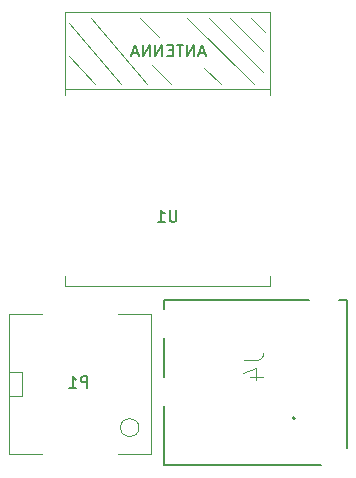
<source format=gbr>
G04 #@! TF.GenerationSoftware,KiCad,Pcbnew,(5.1.8)-1*
G04 #@! TF.CreationDate,2021-06-06T23:51:57+02:00*
G04 #@! TF.ProjectId,trick-tracker,74726963-6b2d-4747-9261-636b65722e6b,rev?*
G04 #@! TF.SameCoordinates,Original*
G04 #@! TF.FileFunction,Legend,Bot*
G04 #@! TF.FilePolarity,Positive*
%FSLAX46Y46*%
G04 Gerber Fmt 4.6, Leading zero omitted, Abs format (unit mm)*
G04 Created by KiCad (PCBNEW (5.1.8)-1) date 2021-06-06 23:51:57*
%MOMM*%
%LPD*%
G01*
G04 APERTURE LIST*
%ADD10C,0.200000*%
%ADD11C,0.120000*%
%ADD12C,0.015000*%
%ADD13C,0.150000*%
G04 APERTURE END LIST*
D10*
G04 #@! TO.C,J4*
X156385000Y-126444000D02*
G75*
G03*
X156385000Y-126444000I-100000J0D01*
G01*
X145310000Y-125425200D02*
X145310000Y-130444000D01*
X158585000Y-130444000D02*
X145310000Y-130444000D01*
X160760000Y-116444000D02*
X160085000Y-116444000D01*
X145310000Y-119634000D02*
X145310000Y-122986800D01*
X160760000Y-116444000D02*
X160760000Y-128994000D01*
X145310000Y-116444000D02*
X145310000Y-117170200D01*
X157585000Y-116444000D02*
X145310000Y-116444000D01*
D11*
G04 #@! TO.C,P1*
X134976000Y-129444000D02*
X132176000Y-129444000D01*
X132176000Y-129444000D02*
X132176000Y-117644000D01*
X132176000Y-117644000D02*
X134976000Y-117644000D01*
X141376000Y-129444000D02*
X144176000Y-129444000D01*
X144176000Y-129444000D02*
X144176000Y-117644000D01*
X144176000Y-117644000D02*
X141376000Y-117644000D01*
X143157025Y-127244000D02*
G75*
G03*
X143157025Y-127244000I-781025J0D01*
G01*
X132176000Y-124544000D02*
X133276000Y-124544000D01*
X133276000Y-124544000D02*
X133276000Y-122544000D01*
X133276000Y-122544000D02*
X132176000Y-122544000D01*
G04 #@! TO.C,U1*
X139470000Y-98168000D02*
X137270000Y-95768000D01*
X141670000Y-98168000D02*
X137270000Y-92968000D01*
X143870000Y-98168000D02*
X139070000Y-92568000D01*
X145870000Y-98168000D02*
X144270000Y-96568000D01*
X144870000Y-94168000D02*
X143270000Y-92568000D01*
X150070000Y-98168000D02*
X148670000Y-96768000D01*
X152870000Y-98168000D02*
X147270000Y-92568000D01*
X153870000Y-93768000D02*
X152670000Y-92568000D01*
X153670000Y-95368000D02*
X150870000Y-92568000D01*
X153670000Y-97168000D02*
X149070000Y-92568000D01*
X136870000Y-98568000D02*
X154270000Y-98568000D01*
X154270000Y-99068000D02*
X154270000Y-92068000D01*
X136870000Y-99068000D02*
X136870000Y-92068000D01*
X136870000Y-115268000D02*
X136870000Y-114368000D01*
X154270000Y-114368000D02*
X154270000Y-115268000D01*
X154270000Y-92068000D02*
X136870000Y-92068000D01*
X154270000Y-115268000D02*
X136870000Y-115268000D01*
G04 #@! TO.C,J4*
D12*
X152031335Y-121513378D02*
X153174811Y-121513378D01*
X153403506Y-121437146D01*
X153555969Y-121284682D01*
X153632201Y-121055987D01*
X153632201Y-120903524D01*
X152564957Y-122961780D02*
X153632201Y-122961780D01*
X151955103Y-122580622D02*
X153098579Y-122199463D01*
X153098579Y-123190475D01*
G04 #@! TO.C,P1*
D13*
X138787095Y-123896380D02*
X138787095Y-122896380D01*
X138406142Y-122896380D01*
X138310904Y-122944000D01*
X138263285Y-122991619D01*
X138215666Y-123086857D01*
X138215666Y-123229714D01*
X138263285Y-123324952D01*
X138310904Y-123372571D01*
X138406142Y-123420190D01*
X138787095Y-123420190D01*
X137263285Y-123896380D02*
X137834714Y-123896380D01*
X137549000Y-123896380D02*
X137549000Y-122896380D01*
X137644238Y-123039238D01*
X137739476Y-123134476D01*
X137834714Y-123182095D01*
G04 #@! TO.C,U1*
X146331904Y-108820380D02*
X146331904Y-109629904D01*
X146284285Y-109725142D01*
X146236666Y-109772761D01*
X146141428Y-109820380D01*
X145950952Y-109820380D01*
X145855714Y-109772761D01*
X145808095Y-109725142D01*
X145760476Y-109629904D01*
X145760476Y-108820380D01*
X144760476Y-109820380D02*
X145331904Y-109820380D01*
X145046190Y-109820380D02*
X145046190Y-108820380D01*
X145141428Y-108963238D01*
X145236666Y-109058476D01*
X145331904Y-109106095D01*
X148741428Y-95534666D02*
X148265238Y-95534666D01*
X148836666Y-95820380D02*
X148503333Y-94820380D01*
X148169999Y-95820380D01*
X147836666Y-95820380D02*
X147836666Y-94820380D01*
X147265238Y-95820380D01*
X147265238Y-94820380D01*
X146931904Y-94820380D02*
X146360476Y-94820380D01*
X146646190Y-95820380D02*
X146646190Y-94820380D01*
X146027142Y-95296571D02*
X145693809Y-95296571D01*
X145550952Y-95820380D02*
X146027142Y-95820380D01*
X146027142Y-94820380D01*
X145550952Y-94820380D01*
X145122380Y-95820380D02*
X145122380Y-94820380D01*
X144550952Y-95820380D01*
X144550952Y-94820380D01*
X144074761Y-95820380D02*
X144074761Y-94820380D01*
X143503333Y-95820380D01*
X143503333Y-94820380D01*
X143074761Y-95534666D02*
X142598571Y-95534666D01*
X143169999Y-95820380D02*
X142836666Y-94820380D01*
X142503333Y-95820380D01*
G04 #@! TD*
M02*

</source>
